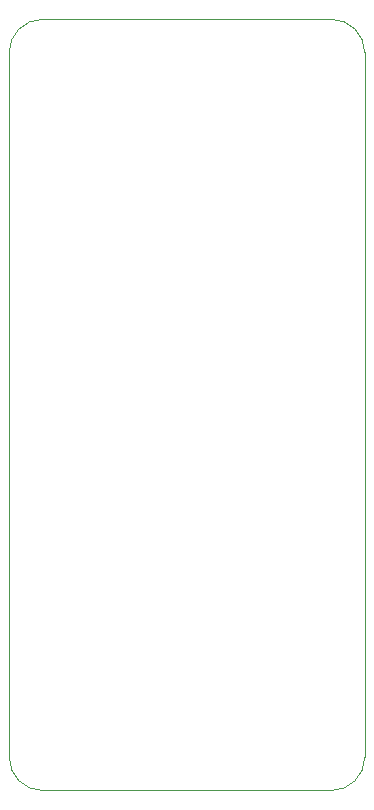
<source format=gbr>
%TF.GenerationSoftware,KiCad,Pcbnew,5.1.5+dfsg1-2build2*%
%TF.CreationDate,2022-11-14T11:38:59+01:00*%
%TF.ProjectId,ebus,65627573-2e6b-4696-9361-645f70636258,rev?*%
%TF.SameCoordinates,Original*%
%TF.FileFunction,Profile,NP*%
%FSLAX46Y46*%
G04 Gerber Fmt 4.6, Leading zero omitted, Abs format (unit mm)*
G04 Created by KiCad (PCBNEW 5.1.5+dfsg1-2build2) date 2022-11-14 11:38:59*
%MOMM*%
%LPD*%
G04 APERTURE LIST*
%TA.AperFunction,Profile*%
%ADD10C,0.050000*%
%TD*%
G04 APERTURE END LIST*
D10*
X127508000Y-85979000D02*
X127508000Y-145669000D01*
X124714000Y-148463000D02*
G75*
G03X127508000Y-145669000I0J2794000D01*
G01*
X127508000Y-85979000D02*
G75*
G03X124714000Y-83185000I-2794000J0D01*
G01*
X97409000Y-85979000D02*
X97409000Y-145669000D01*
X97409000Y-145669000D02*
G75*
G03X100203000Y-148463000I2794000J0D01*
G01*
X100203000Y-83185000D02*
G75*
G03X97409000Y-85979000I0J-2794000D01*
G01*
X124714000Y-148463000D02*
X100203000Y-148463000D01*
X124714000Y-83185000D02*
X100203000Y-83185000D01*
M02*

</source>
